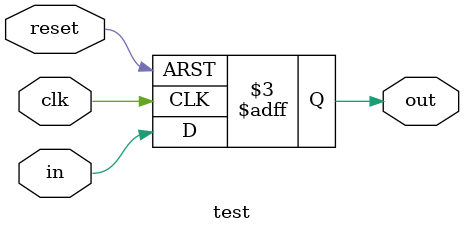
<source format=v>
module test(in, out, clk, reset);
input in, reset, clk;
output reg out;

always @(posedge clk, negedge reset)
	if(!reset)
		out <= 1'b0;
	else	
	    out <= in;

endmodule  

</source>
